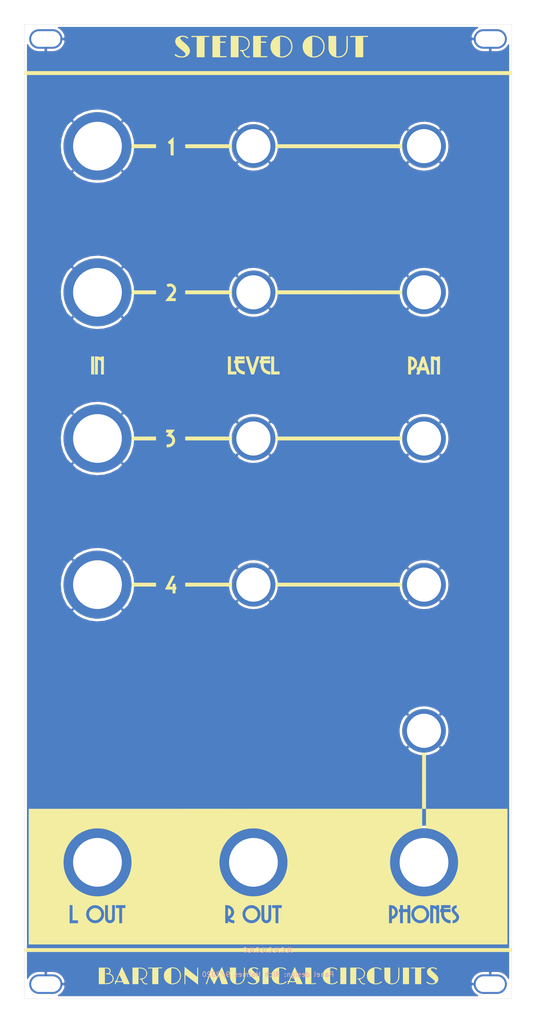
<source format=kicad_pcb>
(kicad_pcb (version 20171130) (host pcbnew 5.1.6-c6e7f7d~87~ubuntu20.04.1)
  (layers (0 F.Cu signal) (31 B.Cu signal) (34 B.Paste user) (35 F.Paste user) (36 B.SilkS user) (37 F.SilkS user) (38 B.Mask user) (39 F.Mask user) (44 Edge.Cuts user))
  (net 0 "")
  (net 1 GND)
  (module stereo_outs_panel:stereo_outs_panel_art (layer F.Cu) (at 100 120)
    (fp_text reference G*** hide)
    (fp_text value LOGO hide)
  )
  (module stereo_outs_panel:stereo_outs_panel_holes (layer F.Cu) (at 100 120)
    (fp_text reference G*** hide)
    (fp_text value LOGO hide)
  )
  (module Kosmo_panel:Kosmo_Panel_Slotted_Mounting_Hole (layer F.Cu) (at 147 23 180)
    (fp_text reference H20 hide)
    (fp_text value MountingHole_Pad)
    (pad 1 thru_hole oval (at 1.4 0 180) (size 6.8 4) (drill oval 6 3.2) (layers *.Cu *.Mask) (net 1 GND))
  )
  (module Kosmo_panel:Kosmo_Panel_Slotted_Mounting_Hole (layer F.Cu) (at 147 217 180)
    (fp_text reference H19 hide)
    (fp_text value MountingHole_Pad)
    (pad 1 thru_hole oval (at 1.4 0 180) (size 6.8 4) (drill oval 6 3.2) (layers *.Cu *.Mask) (net 1 GND))
  )
  (module Kosmo_panel:Kosmo_Panel_Slotted_Mounting_Hole (layer F.Cu) (at 53 23)
    (fp_text reference H18 hide)
    (fp_text value MountingHole_Pad)
    (pad 1 thru_hole oval (at 1.4 0) (size 6.8 4) (drill oval 6 3.2) (layers *.Cu *.Mask) (net 1 GND))
  )
  (module Kosmo_panel:Kosmo_Panel_Slotted_Mounting_Hole (layer F.Cu) (at 53 217)
    (fp_text reference H17 hide)
    (fp_text value MountingHole_Pad)
    (pad 1 thru_hole oval (at 1.4 0) (size 6.8 4) (drill oval 6 3.2) (layers *.Cu *.Mask) (net 1 GND))
  )
  (module Kosmo_panel:Kosmo_Pot_Hole (layer F.Cu) (at 132 165)
    (fp_text reference H16 hide)
    (fp_text value MountingHole_Pad)
    (pad 1 thru_hole circle (at 0 0) (size 9 9) (drill 7) (layers *.Cu *.Mask) (net 1 GND))
  )
  (module Kosmo_panel:Kosmo_Pot_Hole (layer F.Cu) (at 132 135)
    (fp_text reference H15 hide)
    (fp_text value MountingHole_Pad)
    (pad 1 thru_hole circle (at 0 0) (size 9 9) (drill 7) (layers *.Cu *.Mask) (net 1 GND))
  )
  (module Kosmo_panel:Kosmo_Pot_Hole (layer F.Cu) (at 97 45)
    (fp_text reference H14 hide)
    (fp_text value MountingHole_Pad)
    (pad 1 thru_hole circle (at 0 0) (size 9 9) (drill 7) (layers *.Cu *.Mask) (net 1 GND))
  )
  (module Kosmo_panel:Kosmo_Pot_Hole (layer F.Cu) (at 132 45)
    (fp_text reference H13 hide)
    (fp_text value MountingHole_Pad)
    (pad 1 thru_hole circle (at 0 0) (size 9 9) (drill 7) (layers *.Cu *.Mask) (net 1 GND))
  )
  (module Kosmo_panel:Kosmo_Pot_Hole (layer F.Cu) (at 97 75)
    (fp_text reference H12 hide)
    (fp_text value MountingHole_Pad)
    (pad 1 thru_hole circle (at 0 0) (size 9 9) (drill 7) (layers *.Cu *.Mask) (net 1 GND))
  )
  (module Kosmo_panel:Kosmo_Pot_Hole (layer F.Cu) (at 97 105)
    (fp_text reference H11 hide)
    (fp_text value MountingHole_Pad)
    (pad 1 thru_hole circle (at 0 0) (size 9 9) (drill 7) (layers *.Cu *.Mask) (net 1 GND))
  )
  (module Kosmo_panel:Kosmo_Pot_Hole (layer F.Cu) (at 132 75)
    (fp_text reference H10 hide)
    (fp_text value MountingHole_Pad)
    (pad 1 thru_hole circle (at 0 0) (size 9 9) (drill 7) (layers *.Cu *.Mask) (net 1 GND))
  )
  (module Kosmo_panel:Kosmo_Pot_Hole (layer F.Cu) (at 132 105)
    (fp_text reference H9 hide)
    (fp_text value MountingHole_Pad)
    (pad 1 thru_hole circle (at 0 0) (size 9 9) (drill 7) (layers *.Cu *.Mask) (net 1 GND))
  )
  (module Kosmo_panel:Kosmo_Pot_Hole (layer F.Cu) (at 97 135)
    (fp_text reference H8 hide)
    (fp_text value MountingHole_Pad)
    (pad 1 thru_hole circle (at 0 0) (size 9 9) (drill 7) (layers *.Cu *.Mask) (net 1 GND))
  )
  (module Kosmo_panel:Kosmo_Jack_Hole (layer F.Cu) (at 132 192)
    (fp_text reference H7 hide)
    (fp_text value MountingHole_Pad)
    (pad 1 thru_hole circle (at 0 0) (size 14 14) (drill 10) (layers *.Cu *.Mask) (net 1 GND))
  )
  (module Kosmo_panel:Kosmo_Jack_Hole (layer F.Cu) (at 97 192)
    (fp_text reference H6 hide)
    (fp_text value MountingHole_Pad)
    (pad 1 thru_hole circle (at 0 0) (size 14 14) (drill 10) (layers *.Cu *.Mask) (net 1 GND))
  )
  (module Kosmo_panel:Kosmo_Jack_Hole (layer F.Cu) (at 65 192)
    (fp_text reference H5 hide)
    (fp_text value MountingHole_Pad)
    (pad 1 thru_hole circle (at 0 0) (size 14 14) (drill 10) (layers *.Cu *.Mask) (net 1 GND))
  )
  (module Kosmo_panel:Kosmo_Jack_Hole (layer F.Cu) (at 65 135)
    (fp_text reference H4 hide)
    (fp_text value MountingHole_Pad)
    (pad 1 thru_hole circle (at 0 0) (size 14 14) (drill 10) (layers *.Cu *.Mask) (net 1 GND))
  )
  (module Kosmo_panel:Kosmo_Jack_Hole (layer F.Cu) (at 65 105)
    (fp_text reference H3 hide)
    (fp_text value MountingHole_Pad)
    (pad 1 thru_hole circle (at 0 0) (size 14 14) (drill 10) (layers *.Cu *.Mask) (net 1 GND))
  )
  (module Kosmo_panel:Kosmo_Jack_Hole (layer F.Cu) (at 65 75)
    (fp_text reference H2 hide)
    (fp_text value MountingHole_Pad)
    (pad 1 thru_hole circle (at 0 0) (size 14 14) (drill 10) (layers *.Cu *.Mask) (net 1 GND))
  )
  (module Kosmo_panel:Kosmo_Jack_Hole (layer F.Cu) (at 65 45)
    (fp_text reference H1 hide)
    (fp_text value MountingHole_Pad)
    (pad 1 thru_hole circle (at 0 0) (size 14 14) (drill 10) (layers *.Cu *.Mask) (net 1 GND))
  )
  (gr_text "Panel design: Rich Holmes 9/2020" (at 100 215) (layer B.SilkS) (effects (font (size 1 1)) (justify mirror)))
  (gr_text JLCJLCJLCJLC (at 100 210) (layer B.SilkS) (effects (font (size 1 1)) (justify mirror)))
  (gr_line (start 50 220) (end 50 20) (layer Edge.Cuts) (width 0.05))
  (gr_line (start 150 220) (end 50 220) (layer Edge.Cuts) (width 0.05))
  (gr_line (start 150 20) (end 150 220) (layer Edge.Cuts) (width 0.05))
  (gr_line (start 50 20) (end 150 20) (layer Edge.Cuts) (width 0.05))
  (zone (net 1) (net_name GND) (layer F.Cu) (connect_pads (clearance 0.508)) (min_thickness 0.254) (fill yes (arc_segments 32) (thermal_gap 0.508) (thermal_bridge_width 0.508))
    (polygon (pts (xy 155 225) (xy 45 225) (xy 45 15) (xy 155 15)))
  )
  (zone (net 1) (net_name GND) (layer B.Cu) (connect_pads (clearance 0.508)) (min_thickness 0.254) (fill yes (arc_segments 32) (thermal_gap 0.508) (thermal_bridge_width 0.508))
    (polygon (pts (xy 155 225) (xy 45 225) (xy 45 15) (xy 155 15)))
  )
)
</source>
